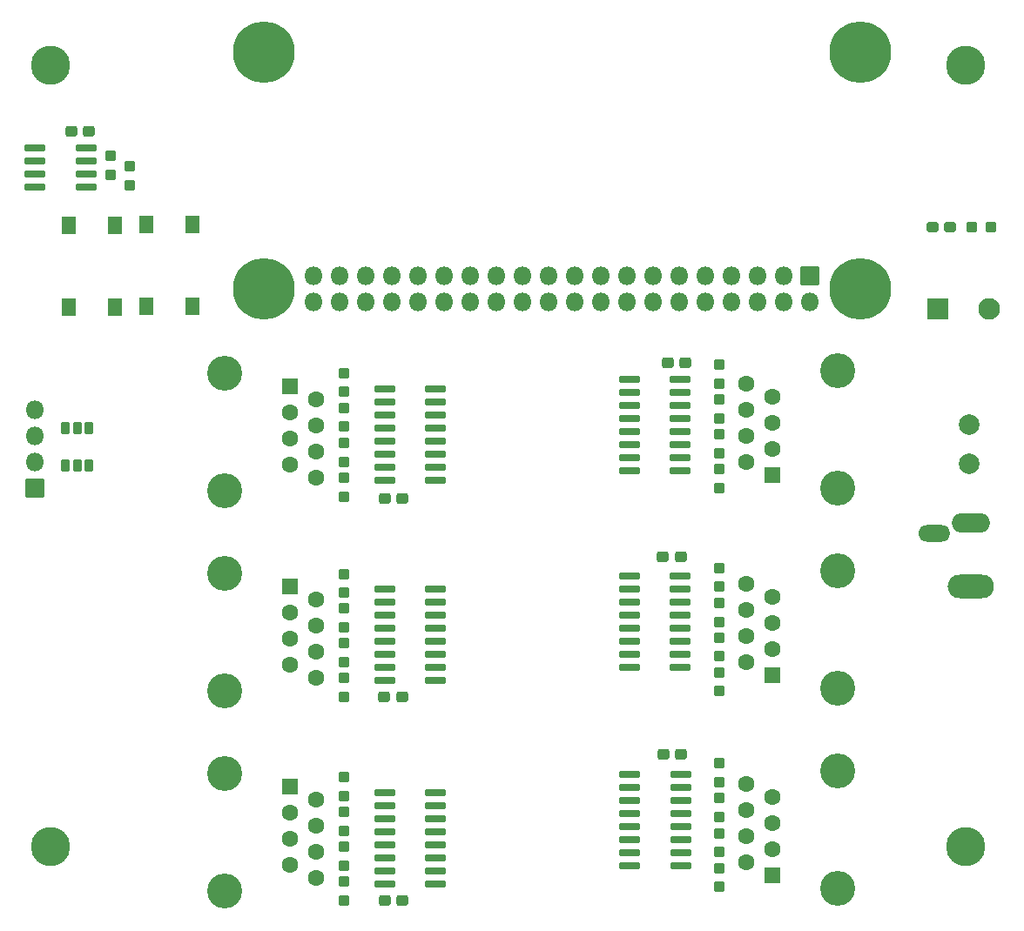
<source format=gbr>
%TF.GenerationSoftware,KiCad,Pcbnew,(6.0.7)*%
%TF.CreationDate,2022-09-14T00:34:43-04:00*%
%TF.ProjectId,Pi_Zero_24_Diff,50695f5a-6572-46f5-9f32-345f44696666,v1*%
%TF.SameCoordinates,Original*%
%TF.FileFunction,Soldermask,Top*%
%TF.FilePolarity,Negative*%
%FSLAX46Y46*%
G04 Gerber Fmt 4.6, Leading zero omitted, Abs format (unit mm)*
G04 Created by KiCad (PCBNEW (6.0.7)) date 2022-09-14 00:34:43*
%MOMM*%
%LPD*%
G01*
G04 APERTURE LIST*
G04 Aperture macros list*
%AMRoundRect*
0 Rectangle with rounded corners*
0 $1 Rounding radius*
0 $2 $3 $4 $5 $6 $7 $8 $9 X,Y pos of 4 corners*
0 Add a 4 corners polygon primitive as box body*
4,1,4,$2,$3,$4,$5,$6,$7,$8,$9,$2,$3,0*
0 Add four circle primitives for the rounded corners*
1,1,$1+$1,$2,$3*
1,1,$1+$1,$4,$5*
1,1,$1+$1,$6,$7*
1,1,$1+$1,$8,$9*
0 Add four rect primitives between the rounded corners*
20,1,$1+$1,$2,$3,$4,$5,0*
20,1,$1+$1,$4,$5,$6,$7,0*
20,1,$1+$1,$6,$7,$8,$9,0*
20,1,$1+$1,$8,$9,$2,$3,0*%
G04 Aperture macros list end*
%ADD10RoundRect,0.288500X0.300000X0.237500X-0.300000X0.237500X-0.300000X-0.237500X0.300000X-0.237500X0*%
%ADD11RoundRect,0.288500X0.237500X-0.250000X0.237500X0.250000X-0.237500X0.250000X-0.237500X-0.250000X0*%
%ADD12RoundRect,0.288500X-0.237500X0.250000X-0.237500X-0.250000X0.237500X-0.250000X0.237500X0.250000X0*%
%ADD13RoundRect,0.201000X-0.825000X-0.150000X0.825000X-0.150000X0.825000X0.150000X-0.825000X0.150000X0*%
%ADD14RoundRect,0.051000X-1.000000X-1.000000X1.000000X-1.000000X1.000000X1.000000X-1.000000X1.000000X0*%
%ADD15C,2.102000*%
%ADD16RoundRect,0.288500X0.287500X0.237500X-0.287500X0.237500X-0.287500X-0.237500X0.287500X-0.237500X0*%
%ADD17RoundRect,0.288500X0.250000X0.237500X-0.250000X0.237500X-0.250000X-0.237500X0.250000X-0.237500X0*%
%ADD18RoundRect,0.051000X0.850000X0.850000X-0.850000X0.850000X-0.850000X-0.850000X0.850000X-0.850000X0*%
%ADD19O,1.802000X1.802000*%
%ADD20C,3.402000*%
%ADD21RoundRect,0.051000X0.750000X-0.750000X0.750000X0.750000X-0.750000X0.750000X-0.750000X-0.750000X0*%
%ADD22C,1.602000*%
%ADD23C,2.006000*%
%ADD24RoundRect,0.051000X-0.650000X0.775000X-0.650000X-0.775000X0.650000X-0.775000X0.650000X0.775000X0*%
%ADD25C,3.802000*%
%ADD26RoundRect,0.051000X-0.750000X0.750000X-0.750000X-0.750000X0.750000X-0.750000X0.750000X0.750000X0*%
%ADD27RoundRect,0.201000X0.825000X0.150000X-0.825000X0.150000X-0.825000X-0.150000X0.825000X-0.150000X0*%
%ADD28O,4.502000X2.302000*%
%ADD29O,3.702000X1.902000*%
%ADD30O,3.118000X1.610000*%
%ADD31RoundRect,0.288500X-0.300000X-0.237500X0.300000X-0.237500X0.300000X0.237500X-0.300000X0.237500X0*%
%ADD32RoundRect,0.051000X0.350000X0.500000X-0.350000X0.500000X-0.350000X-0.500000X0.350000X-0.500000X0*%
%ADD33C,6.000000*%
%ADD34RoundRect,0.051000X0.850000X-0.850000X0.850000X0.850000X-0.850000X0.850000X-0.850000X-0.850000X0*%
G04 APERTURE END LIST*
D10*
%TO.C,C9*%
X-32664980Y35703900D03*
X-34389980Y35703900D03*
%TD*%
D11*
%TO.C,R28*%
X-29368400Y23525900D03*
X-29368400Y25350900D03*
%TD*%
D12*
%TO.C,R25*%
X-29368400Y35500900D03*
X-29368400Y33675900D03*
%TD*%
D10*
%TO.C,C2*%
X-90615900Y58160900D03*
X-92340900Y58160900D03*
%TD*%
D11*
%TO.C,R3*%
X-88518400Y53988400D03*
X-88518400Y55813400D03*
%TD*%
D13*
%TO.C,U2*%
X-95893400Y56555900D03*
X-95893400Y55285900D03*
X-95893400Y54015900D03*
X-95893400Y52745900D03*
X-90943400Y52745900D03*
X-90943400Y54015900D03*
X-90943400Y55285900D03*
X-90943400Y56555900D03*
%TD*%
D11*
%TO.C,R2*%
X-86668400Y52988400D03*
X-86668400Y54813400D03*
%TD*%
D14*
%TO.C,C3*%
X-8118400Y40950900D03*
D15*
X-3118400Y40950900D03*
%TD*%
D16*
%TO.C,D2*%
X-6893400Y48900900D03*
X-8643400Y48900900D03*
%TD*%
D17*
%TO.C,R4*%
X-2955900Y48900900D03*
X-4780900Y48900900D03*
%TD*%
D11*
%TO.C,R26*%
X-29368400Y30275900D03*
X-29368400Y32100900D03*
%TD*%
D12*
%TO.C,R27*%
X-29368400Y28725900D03*
X-29368400Y26900900D03*
%TD*%
D13*
%TO.C,U9*%
X-38093400Y34045900D03*
X-38093400Y32775900D03*
X-38093400Y31505900D03*
X-38093400Y30235900D03*
X-38093400Y28965900D03*
X-38093400Y27695900D03*
X-38093400Y26425900D03*
X-38093400Y25155900D03*
X-33143400Y25155900D03*
X-33143400Y26425900D03*
X-33143400Y27695900D03*
X-33143400Y28965900D03*
X-33143400Y30235900D03*
X-33143400Y31505900D03*
X-33143400Y32775900D03*
X-33143400Y34045900D03*
%TD*%
D18*
%TO.C,J4*%
X-95886400Y23470900D03*
D19*
X-95886400Y26010900D03*
X-95886400Y28550900D03*
X-95886400Y31090900D03*
%TD*%
D20*
%TO.C,J10*%
X-17877480Y34943900D03*
X-17877480Y23513900D03*
D21*
X-24227480Y24783900D03*
D22*
X-26767480Y26053900D03*
X-24227480Y27323900D03*
X-26767480Y28593900D03*
X-24227480Y29863900D03*
X-26767480Y31133900D03*
X-24227480Y32403900D03*
X-26767480Y33673900D03*
%TD*%
D20*
%TO.C,J9*%
X-17877480Y4012650D03*
X-17877480Y15442650D03*
D21*
X-24227480Y5282650D03*
D22*
X-26767480Y6552650D03*
X-24227480Y7822650D03*
X-26767480Y9092650D03*
X-24227480Y10362650D03*
X-26767480Y11632650D03*
X-24227480Y12902650D03*
X-26767480Y14172650D03*
%TD*%
D10*
%TO.C,C8*%
X-33105900Y16800900D03*
X-34830900Y16800900D03*
%TD*%
D12*
%TO.C,R21*%
X-29368400Y15713400D03*
X-29368400Y13888400D03*
%TD*%
D11*
%TO.C,R22*%
X-29368400Y10488400D03*
X-29368400Y12313400D03*
%TD*%
D13*
%TO.C,U8*%
X-38093400Y14945900D03*
X-38093400Y13675900D03*
X-38093400Y12405900D03*
X-38093400Y11135900D03*
X-38093400Y9865900D03*
X-38093400Y8595900D03*
X-38093400Y7325900D03*
X-38093400Y6055900D03*
X-33143400Y6055900D03*
X-33143400Y7325900D03*
X-33143400Y8595900D03*
X-33143400Y9865900D03*
X-33143400Y11135900D03*
X-33143400Y12405900D03*
X-33143400Y13675900D03*
X-33143400Y14945900D03*
%TD*%
D11*
%TO.C,R24*%
X-29368400Y3738400D03*
X-29368400Y5563400D03*
%TD*%
D12*
%TO.C,R23*%
X-29368400Y8963400D03*
X-29368400Y7138400D03*
%TD*%
D23*
%TO.C,J2*%
X-5067941Y25845340D03*
X-5067941Y29655340D03*
%TD*%
D24*
%TO.C,SW3*%
X-88118400Y41075900D03*
X-88118400Y49025900D03*
X-92618400Y41075900D03*
X-92618400Y49025900D03*
%TD*%
%TO.C,SW2*%
X-80593400Y49100900D03*
X-80593400Y41150900D03*
X-85093400Y41150900D03*
X-85093400Y49100900D03*
%TD*%
D12*
%TO.C,R6*%
X-65868400Y27882900D03*
X-65868400Y26057900D03*
%TD*%
%TO.C,R12*%
X-65858400Y15126650D03*
X-65858400Y13301650D03*
%TD*%
%TO.C,R8*%
X-65868400Y34695400D03*
X-65868400Y32870400D03*
%TD*%
D25*
%TO.C,H3*%
X-5368400Y-11399100D03*
%TD*%
%TO.C,H4*%
X-94368400Y64600900D03*
%TD*%
D20*
%TO.C,J7*%
X-77408400Y-15750350D03*
X-77408400Y-4320350D03*
D26*
X-71058400Y-5590350D03*
D22*
X-68518400Y-6860350D03*
X-71058400Y-8130350D03*
X-68518400Y-9400350D03*
X-71058400Y-10670350D03*
X-68518400Y-11940350D03*
X-71058400Y-13210350D03*
X-68518400Y-14480350D03*
%TD*%
D12*
%TO.C,R14*%
X-65858400Y-11435850D03*
X-65858400Y-13260850D03*
%TD*%
D27*
%TO.C,U6*%
X-56933400Y-15030850D03*
X-56933400Y-13760850D03*
X-56933400Y-12490850D03*
X-56933400Y-11220850D03*
X-56933400Y-9950850D03*
X-56933400Y-8680850D03*
X-56933400Y-7410850D03*
X-56933400Y-6140850D03*
X-61883400Y-6140850D03*
X-61883400Y-7410850D03*
X-61883400Y-8680850D03*
X-61883400Y-9950850D03*
X-61883400Y-11220850D03*
X-61883400Y-12490850D03*
X-61883400Y-13760850D03*
X-61883400Y-15030850D03*
%TD*%
D11*
%TO.C,R13*%
X-65858400Y-16648350D03*
X-65858400Y-14823350D03*
%TD*%
%TO.C,R11*%
X-65858400Y9939150D03*
X-65858400Y11764150D03*
%TD*%
%TO.C,R5*%
X-65868400Y22657900D03*
X-65868400Y24482900D03*
%TD*%
D28*
%TO.C,J3*%
X-4918400Y13875900D03*
D29*
X-4918400Y20075900D03*
D30*
X-8418400Y19075900D03*
%TD*%
D25*
%TO.C,H5*%
X-5368400Y64600900D03*
%TD*%
D11*
%TO.C,R9*%
X-65858400Y3201650D03*
X-65858400Y5026650D03*
%TD*%
D20*
%TO.C,J5*%
X-77418400Y23220900D03*
X-77418400Y34650900D03*
D26*
X-71068400Y33380900D03*
D22*
X-68528400Y32110900D03*
X-71068400Y30840900D03*
X-68528400Y29570900D03*
X-71068400Y28300900D03*
X-68528400Y27030900D03*
X-71068400Y25760900D03*
X-68528400Y24490900D03*
%TD*%
D11*
%TO.C,R20*%
X-29368400Y-15311600D03*
X-29368400Y-13486600D03*
%TD*%
D31*
%TO.C,C6*%
X-61870900Y-16635850D03*
X-60145900Y-16635850D03*
%TD*%
%TO.C,C5*%
X-61920900Y3164150D03*
X-60195900Y3164150D03*
%TD*%
D12*
%TO.C,R17*%
X-29368400Y-3299100D03*
X-29368400Y-5124100D03*
%TD*%
D11*
%TO.C,R15*%
X-65858400Y-9848350D03*
X-65858400Y-8023350D03*
%TD*%
D20*
%TO.C,J6*%
X-77408400Y15180900D03*
X-77408400Y3750900D03*
D26*
X-71058400Y13910900D03*
D22*
X-68518400Y12640900D03*
X-71058400Y11370900D03*
X-68518400Y10100900D03*
X-71058400Y8830900D03*
X-68518400Y7560900D03*
X-71058400Y6290900D03*
X-68518400Y5020900D03*
%TD*%
D32*
%TO.C,PIN2*%
X-90618400Y25650900D03*
X-91761400Y25650900D03*
X-92904400Y25650900D03*
%TD*%
D11*
%TO.C,R18*%
X-29368400Y-8511600D03*
X-29368400Y-6686600D03*
%TD*%
D31*
%TO.C,C4*%
X-61880900Y22500900D03*
X-60155900Y22500900D03*
%TD*%
D12*
%TO.C,R16*%
X-65858400Y-4623350D03*
X-65858400Y-6448350D03*
%TD*%
D27*
%TO.C,U4*%
X-56943400Y24237900D03*
X-56943400Y25507900D03*
X-56943400Y26777900D03*
X-56943400Y28047900D03*
X-56943400Y29317900D03*
X-56943400Y30587900D03*
X-56943400Y31857900D03*
X-56943400Y33127900D03*
X-61893400Y33127900D03*
X-61893400Y31857900D03*
X-61893400Y30587900D03*
X-61893400Y29317900D03*
X-61893400Y28047900D03*
X-61893400Y26777900D03*
X-61893400Y25507900D03*
X-61893400Y24237900D03*
%TD*%
D12*
%TO.C,R10*%
X-65858400Y8376650D03*
X-65858400Y6551650D03*
%TD*%
D25*
%TO.C,H2*%
X-94368400Y-11399100D03*
%TD*%
D32*
%TO.C,PIN3*%
X-90625400Y29300900D03*
X-91768400Y29300900D03*
X-92911400Y29300900D03*
%TD*%
D10*
%TO.C,C7*%
X-33055900Y-2449100D03*
X-34780900Y-2449100D03*
%TD*%
D27*
%TO.C,U5*%
X-56933400Y4769150D03*
X-56933400Y6039150D03*
X-56933400Y7309150D03*
X-56933400Y8579150D03*
X-56933400Y9849150D03*
X-56933400Y11119150D03*
X-56933400Y12389150D03*
X-56933400Y13659150D03*
X-61883400Y13659150D03*
X-61883400Y12389150D03*
X-61883400Y11119150D03*
X-61883400Y9849150D03*
X-61883400Y8579150D03*
X-61883400Y7309150D03*
X-61883400Y6039150D03*
X-61883400Y4769150D03*
%TD*%
D13*
%TO.C,U7*%
X-38043400Y-4354100D03*
X-38043400Y-5624100D03*
X-38043400Y-6894100D03*
X-38043400Y-8164100D03*
X-38043400Y-9434100D03*
X-38043400Y-10704100D03*
X-38043400Y-11974100D03*
X-38043400Y-13244100D03*
X-33093400Y-13244100D03*
X-33093400Y-11974100D03*
X-33093400Y-10704100D03*
X-33093400Y-9434100D03*
X-33093400Y-8164100D03*
X-33093400Y-6894100D03*
X-33093400Y-5624100D03*
X-33093400Y-4354100D03*
%TD*%
D11*
%TO.C,R7*%
X-65868400Y29457900D03*
X-65868400Y31282900D03*
%TD*%
D12*
%TO.C,R19*%
X-29368400Y-10086600D03*
X-29368400Y-11911600D03*
%TD*%
D20*
%TO.C,J8*%
X-17877480Y-4058600D03*
X-17877480Y-15488600D03*
D21*
X-24227480Y-14218600D03*
D22*
X-26767480Y-12948600D03*
X-24227480Y-11678600D03*
X-26767480Y-10408600D03*
X-24227480Y-9138600D03*
X-26767480Y-7868600D03*
X-24227480Y-6598600D03*
X-26767480Y-5328600D03*
%TD*%
D33*
%TO.C,U3*%
X-15648400Y65875900D03*
X-15648400Y42875900D03*
X-73648400Y42875900D03*
X-73648400Y65875900D03*
D34*
X-20518400Y44145900D03*
D19*
X-20518400Y41605900D03*
X-23058400Y44145900D03*
X-23058400Y41605900D03*
X-25598400Y44145900D03*
X-25598400Y41605900D03*
X-28138400Y44145900D03*
X-28138400Y41605900D03*
X-30678400Y44145900D03*
X-30678400Y41605900D03*
X-33218400Y44145900D03*
X-33218400Y41605900D03*
X-35758400Y44145900D03*
X-35758400Y41605900D03*
X-38298400Y44145900D03*
X-38298400Y41605900D03*
X-40838400Y44145900D03*
X-40838400Y41605900D03*
X-43378400Y44145900D03*
X-43378400Y41605900D03*
X-45918400Y44145900D03*
X-45918400Y41605900D03*
X-48458400Y44145900D03*
X-48458400Y41605900D03*
X-50998400Y44145900D03*
X-50998400Y41605900D03*
X-53538400Y44145900D03*
X-53538400Y41605900D03*
X-56078400Y44145900D03*
X-56078400Y41605900D03*
X-58618400Y44145900D03*
X-58618400Y41605900D03*
X-61158400Y44145900D03*
X-61158400Y41605900D03*
X-63698400Y44145900D03*
X-63698400Y41605900D03*
X-66238400Y44145900D03*
X-66238400Y41605900D03*
X-68778400Y44145900D03*
X-68778400Y41605900D03*
%TD*%
M02*

</source>
